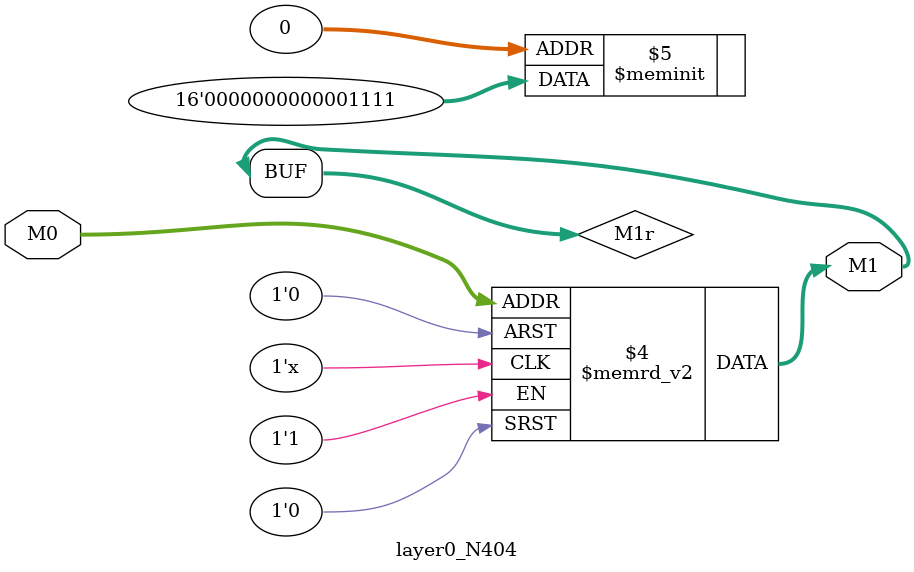
<source format=v>
module layer0_N404 ( input [2:0] M0, output [1:0] M1 );

	(*rom_style = "distributed" *) reg [1:0] M1r;
	assign M1 = M1r;
	always @ (M0) begin
		case (M0)
			3'b000: M1r = 2'b11;
			3'b100: M1r = 2'b00;
			3'b010: M1r = 2'b00;
			3'b110: M1r = 2'b00;
			3'b001: M1r = 2'b11;
			3'b101: M1r = 2'b00;
			3'b011: M1r = 2'b00;
			3'b111: M1r = 2'b00;

		endcase
	end
endmodule

</source>
